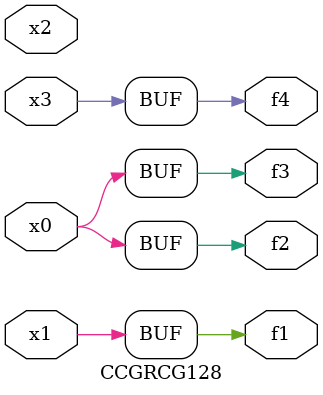
<source format=v>
module CCGRCG128(
	input x0, x1, x2, x3,
	output f1, f2, f3, f4
);
	assign f1 = x1;
	assign f2 = x0;
	assign f3 = x0;
	assign f4 = x3;
endmodule

</source>
